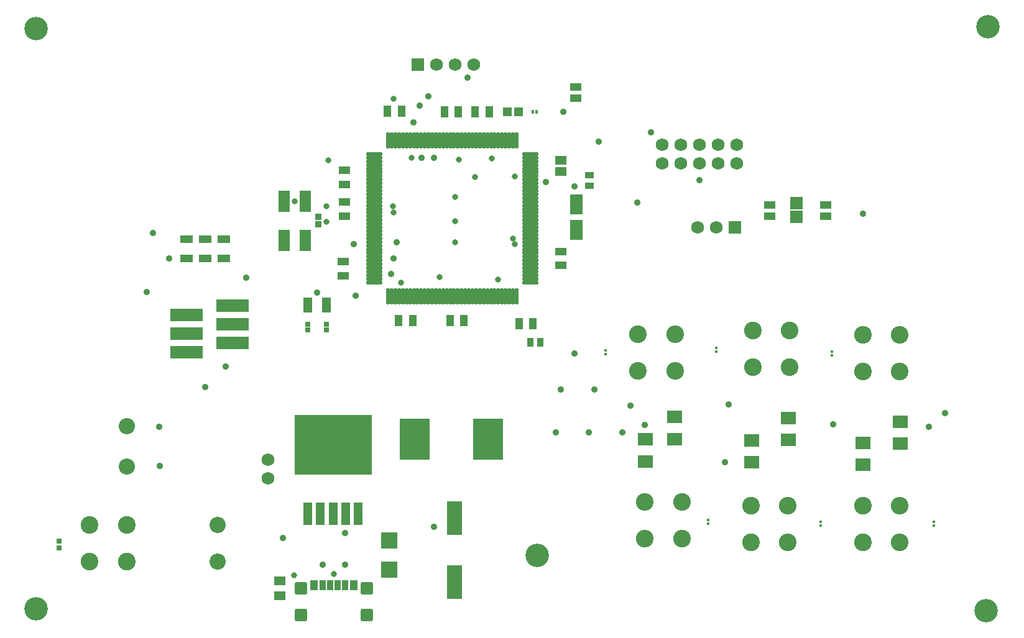
<source format=gts>
G04*
G04 #@! TF.GenerationSoftware,Altium Limited,CircuitMaker,2.3.0 (2.3.0.3)*
G04*
G04 Layer_Color=20142*
%FSLAX25Y25*%
%MOIN*%
G70*
G04*
G04 #@! TF.SameCoordinates,2CE33893-7A16-41D8-AC82-33CA6B9F0197*
G04*
G04*
G04 #@! TF.FilePolarity,Negative*
G04*
G01*
G75*
%ADD48R,0.06115X0.04737*%
%ADD49O,0.01981X0.09068*%
%ADD50O,0.09068X0.01981*%
%ADD51R,0.06902X0.04343*%
G04:AMPARAMS|DCode=52|XSize=47.37mil|YSize=36.35mil|CornerRadius=7.54mil|HoleSize=0mil|Usage=FLASHONLY|Rotation=270.000|XOffset=0mil|YOffset=0mil|HoleType=Round|Shape=RoundedRectangle|*
%AMROUNDEDRECTD52*
21,1,0.04737,0.02126,0,0,270.0*
21,1,0.03228,0.03635,0,0,270.0*
1,1,0.01509,-0.01063,-0.01614*
1,1,0.01509,-0.01063,0.01614*
1,1,0.01509,0.01063,0.01614*
1,1,0.01509,0.01063,-0.01614*
%
%ADD52ROUNDEDRECTD52*%
%ADD53R,0.04343X0.05918*%
%ADD54R,0.02847X0.03005*%
%ADD55R,0.06115X0.04934*%
%ADD56R,0.07099X0.10642*%
%ADD57R,0.05918X0.04343*%
%ADD58R,0.05131X0.08280*%
%ADD59R,0.03162X0.02768*%
%ADD60R,0.05918X0.04343*%
%ADD61R,0.08280X0.18123*%
%ADD62R,0.03359X0.03359*%
%ADD63R,0.05918X0.11430*%
%ADD64R,0.04000X0.05800*%
%ADD65R,0.03600X0.05800*%
%ADD66R,0.03800X0.05800*%
G04:AMPARAMS|DCode=67|XSize=47.37mil|YSize=36.35mil|CornerRadius=7.54mil|HoleSize=0mil|Usage=FLASHONLY|Rotation=0.000|XOffset=0mil|YOffset=0mil|HoleType=Round|Shape=RoundedRectangle|*
%AMROUNDEDRECTD67*
21,1,0.04737,0.02126,0,0,0.0*
21,1,0.03228,0.03635,0,0,0.0*
1,1,0.01509,0.01614,-0.01063*
1,1,0.01509,-0.01614,-0.01063*
1,1,0.01509,-0.01614,0.01063*
1,1,0.01509,0.01614,0.01063*
%
%ADD67ROUNDEDRECTD67*%
%ADD68R,0.04737X0.12217*%
%ADD69R,0.41745X0.32296*%
%ADD70R,0.15957X0.22453*%
%ADD71R,0.01784X0.02178*%
%ADD72R,0.04934X0.04737*%
%ADD73R,0.08674X0.08674*%
%ADD74R,0.08280X0.06706*%
%ADD75R,0.06902X0.06902*%
%ADD76R,0.01500X0.01700*%
%ADD77R,0.17335X0.06706*%
%ADD78C,0.06800*%
%ADD79R,0.06800X0.06800*%
%ADD80C,0.12611*%
%ADD81C,0.09461*%
G04:AMPARAMS|DCode=82|XSize=68mil|YSize=68mil|CornerRadius=11.5mil|HoleSize=0mil|Usage=FLASHONLY|Rotation=0.000|XOffset=0mil|YOffset=0mil|HoleType=Round|Shape=RoundedRectangle|*
%AMROUNDEDRECTD82*
21,1,0.06800,0.04500,0,0,0.0*
21,1,0.04500,0.06800,0,0,0.0*
1,1,0.02300,0.02250,-0.02250*
1,1,0.02300,-0.02250,-0.02250*
1,1,0.02300,-0.02250,0.02250*
1,1,0.02300,0.02250,0.02250*
%
%ADD82ROUNDEDRECTD82*%
%ADD83C,0.08674*%
%ADD84C,0.03162*%
%ADD85C,0.03600*%
D48*
X138500Y-303965D02*
D03*
Y-311937D02*
D03*
D49*
X196551Y-67768D02*
D03*
X198520D02*
D03*
X200488D02*
D03*
X202457D02*
D03*
X204425D02*
D03*
X206394D02*
D03*
X208362D02*
D03*
X210331D02*
D03*
X212299D02*
D03*
X214268D02*
D03*
X216236D02*
D03*
X218205D02*
D03*
X220173D02*
D03*
X222142D02*
D03*
X224110D02*
D03*
X226079D02*
D03*
X228047D02*
D03*
X230016D02*
D03*
X231984D02*
D03*
X233953D02*
D03*
X235921D02*
D03*
X237890D02*
D03*
X239858D02*
D03*
X241827D02*
D03*
X243795D02*
D03*
X245764D02*
D03*
X247732D02*
D03*
X249701D02*
D03*
X251669D02*
D03*
X253638D02*
D03*
X255606D02*
D03*
X257575D02*
D03*
X259543D02*
D03*
X261512D02*
D03*
X263480D02*
D03*
X265449D02*
D03*
Y-151232D02*
D03*
X263480D02*
D03*
X261512D02*
D03*
X259543D02*
D03*
X257575D02*
D03*
X255606D02*
D03*
X253638D02*
D03*
X251669D02*
D03*
X249701D02*
D03*
X247732D02*
D03*
X245764D02*
D03*
X243795D02*
D03*
X241827D02*
D03*
X239858D02*
D03*
X237890D02*
D03*
X235921D02*
D03*
X233953D02*
D03*
X231984D02*
D03*
X230016D02*
D03*
X228047D02*
D03*
X226079D02*
D03*
X224110D02*
D03*
X222142D02*
D03*
X220173D02*
D03*
X218205D02*
D03*
X216236D02*
D03*
X214268D02*
D03*
X212299D02*
D03*
X210331D02*
D03*
X208362D02*
D03*
X206394D02*
D03*
X204425D02*
D03*
X202457D02*
D03*
X200488D02*
D03*
X198520D02*
D03*
X196551D02*
D03*
D50*
X272732Y-75051D02*
D03*
Y-77020D02*
D03*
Y-78988D02*
D03*
Y-80957D02*
D03*
Y-82925D02*
D03*
Y-84894D02*
D03*
Y-86862D02*
D03*
Y-88831D02*
D03*
Y-90799D02*
D03*
Y-92768D02*
D03*
Y-94736D02*
D03*
Y-96705D02*
D03*
Y-98673D02*
D03*
Y-100642D02*
D03*
Y-102610D02*
D03*
Y-104579D02*
D03*
Y-106547D02*
D03*
Y-108516D02*
D03*
Y-110484D02*
D03*
Y-112453D02*
D03*
Y-114421D02*
D03*
Y-116390D02*
D03*
Y-118358D02*
D03*
Y-120327D02*
D03*
Y-122295D02*
D03*
Y-124264D02*
D03*
Y-126232D02*
D03*
Y-128201D02*
D03*
Y-130169D02*
D03*
Y-132138D02*
D03*
Y-134106D02*
D03*
Y-136075D02*
D03*
Y-138043D02*
D03*
Y-140012D02*
D03*
Y-141980D02*
D03*
Y-143949D02*
D03*
X189268D02*
D03*
Y-141980D02*
D03*
Y-140012D02*
D03*
Y-138043D02*
D03*
Y-136075D02*
D03*
Y-134106D02*
D03*
Y-132138D02*
D03*
Y-130169D02*
D03*
Y-128201D02*
D03*
Y-126232D02*
D03*
Y-124264D02*
D03*
Y-122295D02*
D03*
Y-120327D02*
D03*
Y-118358D02*
D03*
Y-116390D02*
D03*
Y-114421D02*
D03*
Y-112453D02*
D03*
Y-110484D02*
D03*
Y-108516D02*
D03*
Y-106547D02*
D03*
Y-104579D02*
D03*
Y-102610D02*
D03*
Y-100642D02*
D03*
Y-98673D02*
D03*
Y-96705D02*
D03*
Y-94736D02*
D03*
Y-92768D02*
D03*
Y-90799D02*
D03*
Y-88831D02*
D03*
Y-86862D02*
D03*
Y-84894D02*
D03*
Y-82925D02*
D03*
Y-80957D02*
D03*
Y-78988D02*
D03*
Y-77020D02*
D03*
Y-75051D02*
D03*
D51*
X88500Y-120783D02*
D03*
Y-131217D02*
D03*
X108500D02*
D03*
Y-120783D02*
D03*
X98500Y-131217D02*
D03*
Y-120783D02*
D03*
D52*
X272744Y-176000D02*
D03*
X278256D02*
D03*
D53*
X274240Y-166000D02*
D03*
X266760D02*
D03*
X243260Y-52500D02*
D03*
X250740D02*
D03*
X209740Y-164500D02*
D03*
X202260D02*
D03*
X237240D02*
D03*
X229760D02*
D03*
X203740Y-52000D02*
D03*
X196260D02*
D03*
X234240Y-52500D02*
D03*
X226760D02*
D03*
D54*
X163500Y-166508D02*
D03*
Y-169500D02*
D03*
X153500Y-166504D02*
D03*
Y-169496D02*
D03*
D55*
X289000Y-84453D02*
D03*
Y-78547D02*
D03*
D56*
X297500Y-115886D02*
D03*
Y-102110D02*
D03*
D57*
X289000Y-134740D02*
D03*
Y-127260D02*
D03*
X173000Y-83760D02*
D03*
Y-91240D02*
D03*
Y-100760D02*
D03*
Y-108240D02*
D03*
X172500Y-140240D02*
D03*
Y-132760D02*
D03*
D58*
X153657Y-156000D02*
D03*
X163500D02*
D03*
D59*
X20000Y-286272D02*
D03*
Y-282728D02*
D03*
D60*
X431000Y-102449D02*
D03*
Y-108551D02*
D03*
X297000Y-45051D02*
D03*
Y-38949D02*
D03*
X401000Y-102449D02*
D03*
Y-108551D02*
D03*
D61*
X232000Y-304626D02*
D03*
Y-270374D02*
D03*
D62*
X159186Y-108892D02*
D03*
Y-112829D02*
D03*
D63*
X140988Y-121500D02*
D03*
X152012D02*
D03*
X140988Y-100500D02*
D03*
X152012D02*
D03*
D64*
X178300Y-306500D02*
D03*
X156700D02*
D03*
D65*
X173500D02*
D03*
X169500D02*
D03*
D66*
X165500D02*
D03*
X161500D02*
D03*
D67*
X304500Y-86500D02*
D03*
Y-92012D02*
D03*
D68*
X153614Y-267925D02*
D03*
X160307D02*
D03*
X167000D02*
D03*
X173693D02*
D03*
X180386D02*
D03*
D69*
X167000Y-231114D02*
D03*
D70*
X250185Y-228000D02*
D03*
X210815D02*
D03*
D71*
X276165Y-52500D02*
D03*
X274000D02*
D03*
D72*
X266453D02*
D03*
X260547D02*
D03*
D73*
X197000Y-282252D02*
D03*
Y-298000D02*
D03*
D74*
X451000Y-230000D02*
D03*
Y-241811D02*
D03*
X471000Y-230500D02*
D03*
Y-218689D02*
D03*
X391500Y-228594D02*
D03*
Y-240406D02*
D03*
X334500Y-228095D02*
D03*
Y-239906D02*
D03*
X411000Y-228405D02*
D03*
Y-216595D02*
D03*
X350000Y-227906D02*
D03*
Y-216094D02*
D03*
D75*
X415500Y-108642D02*
D03*
Y-101358D02*
D03*
D76*
X489000Y-274501D02*
D03*
Y-272500D02*
D03*
X434500Y-181000D02*
D03*
Y-183001D02*
D03*
X428500Y-274500D02*
D03*
Y-272499D02*
D03*
X368000Y-273500D02*
D03*
Y-271499D02*
D03*
X372500Y-179000D02*
D03*
Y-181001D02*
D03*
X313000Y-180500D02*
D03*
Y-182501D02*
D03*
D77*
X88500Y-161500D02*
D03*
Y-181500D02*
D03*
Y-171500D02*
D03*
X113303Y-166500D02*
D03*
Y-176500D02*
D03*
Y-156500D02*
D03*
D78*
X372500Y-114500D02*
D03*
X362500D02*
D03*
X242500Y-27000D02*
D03*
X232500D02*
D03*
X222500D02*
D03*
X343500Y-80000D02*
D03*
Y-70000D02*
D03*
X353500Y-80000D02*
D03*
Y-70000D02*
D03*
X363500Y-80000D02*
D03*
Y-70000D02*
D03*
X373500Y-80000D02*
D03*
Y-70000D02*
D03*
X383500Y-80000D02*
D03*
Y-70000D02*
D03*
X132000Y-249000D02*
D03*
Y-239000D02*
D03*
D79*
X382500Y-114500D02*
D03*
X212500Y-27000D02*
D03*
D80*
X7874Y-7874D02*
D03*
X518126Y-6874D02*
D03*
X517126Y-320126D02*
D03*
X7874Y-319126D02*
D03*
X276500Y-290500D02*
D03*
D81*
X56343Y-274158D02*
D03*
X36658D02*
D03*
Y-293843D02*
D03*
X56343D02*
D03*
X470685Y-283500D02*
D03*
X451000D02*
D03*
Y-263815D02*
D03*
X470685D02*
D03*
X470843Y-191842D02*
D03*
X451158D02*
D03*
Y-172158D02*
D03*
X470843D02*
D03*
X410843Y-283343D02*
D03*
X391158D02*
D03*
Y-263657D02*
D03*
X410843D02*
D03*
X334315Y-261815D02*
D03*
X354000D02*
D03*
Y-281500D02*
D03*
X334315D02*
D03*
X392000Y-169815D02*
D03*
X411685D02*
D03*
Y-189500D02*
D03*
X392000D02*
D03*
X350342Y-191342D02*
D03*
X330658D02*
D03*
Y-171658D02*
D03*
X350342D02*
D03*
D82*
X185287Y-322500D02*
D03*
X149713D02*
D03*
X185295Y-308039D02*
D03*
X149705D02*
D03*
D83*
X105000Y-274158D02*
D03*
Y-293843D02*
D03*
X56500Y-221209D02*
D03*
Y-242862D02*
D03*
D84*
X146000Y-301000D02*
D03*
X167500Y-300500D02*
D03*
X232500Y-122500D02*
D03*
Y-111000D02*
D03*
Y-98000D02*
D03*
X243000Y-87500D02*
D03*
X209000Y-77000D02*
D03*
X146500Y-100500D02*
D03*
X163500Y-103000D02*
D03*
Y-111500D02*
D03*
X203500Y-144000D02*
D03*
X224000Y-141000D02*
D03*
X255500Y-142500D02*
D03*
X264500Y-123500D02*
D03*
X263500Y-120500D02*
D03*
X264500Y-87000D02*
D03*
X252000Y-77500D02*
D03*
X234500Y-78000D02*
D03*
X164500Y-78500D02*
D03*
X199500Y-45500D02*
D03*
X199000Y-103000D02*
D03*
X199500Y-106500D02*
D03*
D85*
X161500Y-295500D02*
D03*
X173438Y-295563D02*
D03*
X198000Y-139500D02*
D03*
X199500Y-131000D02*
D03*
X337500Y-63500D02*
D03*
X290500Y-52500D02*
D03*
X451000Y-107000D02*
D03*
X486500Y-221500D02*
D03*
X334000Y-220500D02*
D03*
X307000Y-201500D02*
D03*
X281000Y-90000D02*
D03*
X309500Y-68500D02*
D03*
X363500Y-89000D02*
D03*
X221000Y-77000D02*
D03*
X330000Y-101000D02*
D03*
X214500Y-77000D02*
D03*
X201000Y-122500D02*
D03*
X158500Y-149500D02*
D03*
X179000Y-151000D02*
D03*
X70500Y-117500D02*
D03*
X79000Y-131000D02*
D03*
X109500Y-189000D02*
D03*
X67000Y-149000D02*
D03*
X120500Y-141500D02*
D03*
X218000Y-44000D02*
D03*
X98500Y-200000D02*
D03*
X239000Y-34000D02*
D03*
X178000Y-123500D02*
D03*
X213500Y-49000D02*
D03*
X73744Y-221351D02*
D03*
X74000Y-242500D02*
D03*
X296500Y-92500D02*
D03*
X210114Y-58114D02*
D03*
X495000Y-214000D02*
D03*
X296500Y-182000D02*
D03*
X322000Y-224500D02*
D03*
X304000D02*
D03*
X286500D02*
D03*
X377000Y-240500D02*
D03*
X289000Y-201500D02*
D03*
X435000Y-220000D02*
D03*
X379000Y-209500D02*
D03*
X326500Y-210000D02*
D03*
X221000Y-275000D02*
D03*
X173500Y-278500D02*
D03*
X140000Y-281000D02*
D03*
M02*

</source>
